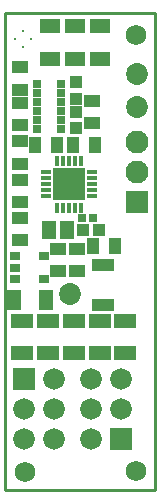
<source format=gts>
G04*
G04 #@! TF.GenerationSoftware,Altium Limited,Altium Designer,18.0.12 (696)*
G04*
G04 Layer_Color=8388736*
%FSLAX25Y25*%
%MOIN*%
G70*
G01*
G75*
%ADD10C,0.01000*%
%ADD30R,0.07690X0.05131*%
%ADD31R,0.03950X0.05721*%
%ADD32R,0.05721X0.03950*%
%ADD33R,0.04147X0.03950*%
%ADD34R,0.03162X0.02965*%
%ADD35R,0.04934X0.07099*%
%ADD36R,0.03753X0.02965*%
%ADD37R,0.03356X0.01584*%
%ADD38R,0.01584X0.03356*%
%ADD39R,0.10836X0.10836*%
%ADD40R,0.07493X0.03950*%
%ADD41R,0.03950X0.04147*%
%ADD42R,0.07099X0.04934*%
%ADD43C,0.01194*%
%ADD44R,0.03162X0.02769*%
%ADD45R,0.04934X0.06312*%
%ADD46C,0.07690*%
%ADD47R,0.07690X0.07690*%
%ADD48C,0.07200*%
%ADD49R,0.07200X0.07200*%
%ADD50C,0.06800*%
%ADD51C,0.07300*%
%ADD52C,0.02769*%
D10*
X212598Y277854D02*
Y437008D01*
Y277854D02*
X262598D01*
Y437008D01*
X212598D02*
X262598D01*
D30*
X252362Y323819D02*
D03*
Y334449D02*
D03*
X244094Y323819D02*
D03*
Y334449D02*
D03*
X218110Y323819D02*
D03*
Y334449D02*
D03*
X235433Y323819D02*
D03*
Y334449D02*
D03*
X226772Y323819D02*
D03*
Y334449D02*
D03*
D31*
X235039Y392913D02*
D03*
X242520D02*
D03*
X229921D02*
D03*
X222441D02*
D03*
X249311Y359252D02*
D03*
X241831D02*
D03*
D32*
X241339Y407677D02*
D03*
Y400197D02*
D03*
X217323Y368701D02*
D03*
Y361221D02*
D03*
Y381496D02*
D03*
Y374016D02*
D03*
X230315Y350984D02*
D03*
Y358465D02*
D03*
X236614Y350984D02*
D03*
Y358465D02*
D03*
X217323Y411417D02*
D03*
Y418898D02*
D03*
X217323Y407087D02*
D03*
Y399606D02*
D03*
Y386811D02*
D03*
Y394291D02*
D03*
D33*
X236024Y413976D02*
D03*
Y408465D02*
D03*
Y404134D02*
D03*
Y398622D02*
D03*
D34*
X223228Y407283D02*
D03*
Y410236D02*
D03*
Y413189D02*
D03*
X231102D02*
D03*
Y410236D02*
D03*
Y407283D02*
D03*
Y404331D02*
D03*
Y401378D02*
D03*
Y398425D02*
D03*
X223228Y404331D02*
D03*
Y401378D02*
D03*
Y398425D02*
D03*
D35*
X215453Y341339D02*
D03*
X226279D02*
D03*
D36*
X225590Y355906D02*
D03*
Y348425D02*
D03*
X215945D02*
D03*
Y352165D02*
D03*
Y355906D02*
D03*
D37*
X226083Y383858D02*
D03*
Y381890D02*
D03*
Y379921D02*
D03*
Y377953D02*
D03*
Y375984D02*
D03*
X241634D02*
D03*
Y377953D02*
D03*
Y379921D02*
D03*
Y381890D02*
D03*
Y383858D02*
D03*
D38*
X229921Y372146D02*
D03*
X231890D02*
D03*
X233858D02*
D03*
X235827D02*
D03*
X237795D02*
D03*
Y387697D02*
D03*
X235827D02*
D03*
X233858D02*
D03*
X231890D02*
D03*
X229921D02*
D03*
D39*
X233858Y379921D02*
D03*
D40*
X245276Y353150D02*
D03*
Y339764D02*
D03*
D41*
X243898Y364764D02*
D03*
X238386D02*
D03*
D42*
X227559Y432579D02*
D03*
Y421752D02*
D03*
X244094Y432579D02*
D03*
Y421752D02*
D03*
X235827Y432579D02*
D03*
Y421752D02*
D03*
D43*
X218504Y425783D02*
D03*
X215941Y428346D02*
D03*
X218504Y430909D02*
D03*
X221067Y428346D02*
D03*
D44*
X237992Y368701D02*
D03*
X241929D02*
D03*
D45*
X233268Y364764D02*
D03*
X227165D02*
D03*
D46*
X256398Y394055D02*
D03*
Y384055D02*
D03*
D47*
Y374055D02*
D03*
D48*
X251083Y315118D02*
D03*
X241083D02*
D03*
X251083Y305118D02*
D03*
X241083D02*
D03*
Y295118D02*
D03*
X218898Y295059D02*
D03*
X228898D02*
D03*
X218898Y305059D02*
D03*
X228898D02*
D03*
Y315059D02*
D03*
D49*
X251083Y295118D02*
D03*
X218898Y315059D02*
D03*
D50*
X256201Y284449D02*
D03*
X218996Y284154D02*
D03*
X256004Y429724D02*
D03*
D51*
X256594Y416732D02*
D03*
X256496Y405709D02*
D03*
X234252Y343307D02*
D03*
D52*
X231693Y382087D02*
D03*
X236024D02*
D03*
X231693Y377756D02*
D03*
X236024D02*
D03*
M02*

</source>
